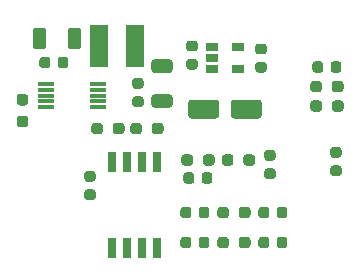
<source format=gbr>
G04 #@! TF.GenerationSoftware,KiCad,Pcbnew,(5.1.10)-1*
G04 #@! TF.CreationDate,2021-05-22T21:50:54-07:00*
G04 #@! TF.ProjectId,E-Bike,452d4269-6b65-42e6-9b69-6361645f7063,rev?*
G04 #@! TF.SameCoordinates,PX619eb90PY83695b8*
G04 #@! TF.FileFunction,Paste,Top*
G04 #@! TF.FilePolarity,Positive*
%FSLAX45Y45*%
G04 Gerber Fmt 4.5, Leading zero omitted, Abs format (unit mm)*
G04 Created by KiCad (PCBNEW (5.1.10)-1) date 2021-05-22 21:50:54*
%MOMM*%
%LPD*%
G01*
G04 APERTURE LIST*
%ADD10R,1.060000X0.650000*%
%ADD11R,0.650000X1.700000*%
%ADD12R,1.400000X0.300000*%
%ADD13R,1.500000X3.600000*%
G04 APERTURE END LIST*
D10*
X2116600Y1911100D03*
X2116600Y1721100D03*
X1896600Y1721100D03*
X1896600Y1816100D03*
X1896600Y1911100D03*
D11*
X1054100Y936500D03*
X1181100Y936500D03*
X1308100Y936500D03*
X1435100Y936500D03*
X1435100Y206500D03*
X1308100Y206500D03*
X1181100Y206500D03*
X1054100Y206500D03*
D12*
X931200Y1598600D03*
X931200Y1548600D03*
X931200Y1498600D03*
X931200Y1448600D03*
X931200Y1398600D03*
X491200Y1398600D03*
X491200Y1448600D03*
X491200Y1498600D03*
X491200Y1548600D03*
X491200Y1598600D03*
G36*
G01*
X2078400Y976250D02*
X2078400Y928750D01*
G75*
G02*
X2054650Y905000I-23750J0D01*
G01*
X2004650Y905000D01*
G75*
G02*
X1980900Y928750I0J23750D01*
G01*
X1980900Y976250D01*
G75*
G02*
X2004650Y1000000I23750J0D01*
G01*
X2054650Y1000000D01*
G75*
G02*
X2078400Y976250I0J-23750D01*
G01*
G37*
G36*
G01*
X2260900Y976250D02*
X2260900Y928750D01*
G75*
G02*
X2237150Y905000I-23750J0D01*
G01*
X2187150Y905000D01*
G75*
G02*
X2163400Y928750I0J23750D01*
G01*
X2163400Y976250D01*
G75*
G02*
X2187150Y1000000I23750J0D01*
G01*
X2237150Y1000000D01*
G75*
G02*
X2260900Y976250I0J-23750D01*
G01*
G37*
G36*
G01*
X2125300Y230250D02*
X2125300Y277750D01*
G75*
G02*
X2149050Y301500I23750J0D01*
G01*
X2199050Y301500D01*
G75*
G02*
X2222800Y277750I0J-23750D01*
G01*
X2222800Y230250D01*
G75*
G02*
X2199050Y206500I-23750J0D01*
G01*
X2149050Y206500D01*
G75*
G02*
X2125300Y230250I0J23750D01*
G01*
G37*
G36*
G01*
X1942800Y230250D02*
X1942800Y277750D01*
G75*
G02*
X1966550Y301500I23750J0D01*
G01*
X2016550Y301500D01*
G75*
G02*
X2040300Y277750I0J-23750D01*
G01*
X2040300Y230250D01*
G75*
G02*
X2016550Y206500I-23750J0D01*
G01*
X1966550Y206500D01*
G75*
G02*
X1942800Y230250I0J23750D01*
G01*
G37*
G36*
G01*
X2125300Y484250D02*
X2125300Y531750D01*
G75*
G02*
X2149050Y555500I23750J0D01*
G01*
X2199050Y555500D01*
G75*
G02*
X2222800Y531750I0J-23750D01*
G01*
X2222800Y484250D01*
G75*
G02*
X2199050Y460500I-23750J0D01*
G01*
X2149050Y460500D01*
G75*
G02*
X2125300Y484250I0J23750D01*
G01*
G37*
G36*
G01*
X1942800Y484250D02*
X1942800Y531750D01*
G75*
G02*
X1966550Y555500I23750J0D01*
G01*
X2016550Y555500D01*
G75*
G02*
X2040300Y531750I0J-23750D01*
G01*
X2040300Y484250D01*
G75*
G02*
X2016550Y460500I-23750J0D01*
G01*
X1966550Y460500D01*
G75*
G02*
X1942800Y484250I0J23750D01*
G01*
G37*
G36*
G01*
X1820500Y928750D02*
X1820500Y976250D01*
G75*
G02*
X1844250Y1000000I23750J0D01*
G01*
X1894250Y1000000D01*
G75*
G02*
X1918000Y976250I0J-23750D01*
G01*
X1918000Y928750D01*
G75*
G02*
X1894250Y905000I-23750J0D01*
G01*
X1844250Y905000D01*
G75*
G02*
X1820500Y928750I0J23750D01*
G01*
G37*
G36*
G01*
X1638000Y928750D02*
X1638000Y976250D01*
G75*
G02*
X1661750Y1000000I23750J0D01*
G01*
X1711750Y1000000D01*
G75*
G02*
X1735500Y976250I0J-23750D01*
G01*
X1735500Y928750D01*
G75*
G02*
X1711750Y905000I-23750J0D01*
G01*
X1661750Y905000D01*
G75*
G02*
X1638000Y928750I0J23750D01*
G01*
G37*
G36*
G01*
X2912700Y1551050D02*
X2912700Y1598550D01*
G75*
G02*
X2936450Y1622300I23750J0D01*
G01*
X2986450Y1622300D01*
G75*
G02*
X3010200Y1598550I0J-23750D01*
G01*
X3010200Y1551050D01*
G75*
G02*
X2986450Y1527300I-23750J0D01*
G01*
X2936450Y1527300D01*
G75*
G02*
X2912700Y1551050I0J23750D01*
G01*
G37*
G36*
G01*
X2730200Y1551050D02*
X2730200Y1598550D01*
G75*
G02*
X2753950Y1622300I23750J0D01*
G01*
X2803950Y1622300D01*
G75*
G02*
X2827700Y1598550I0J-23750D01*
G01*
X2827700Y1551050D01*
G75*
G02*
X2803950Y1527300I-23750J0D01*
G01*
X2753950Y1527300D01*
G75*
G02*
X2730200Y1551050I0J23750D01*
G01*
G37*
G36*
G01*
X2912700Y1385950D02*
X2912700Y1433450D01*
G75*
G02*
X2936450Y1457200I23750J0D01*
G01*
X2986450Y1457200D01*
G75*
G02*
X3010200Y1433450I0J-23750D01*
G01*
X3010200Y1385950D01*
G75*
G02*
X2986450Y1362200I-23750J0D01*
G01*
X2936450Y1362200D01*
G75*
G02*
X2912700Y1385950I0J23750D01*
G01*
G37*
G36*
G01*
X2730200Y1385950D02*
X2730200Y1433450D01*
G75*
G02*
X2753950Y1457200I23750J0D01*
G01*
X2803950Y1457200D01*
G75*
G02*
X2827700Y1433450I0J-23750D01*
G01*
X2827700Y1385950D01*
G75*
G02*
X2803950Y1362200I-23750J0D01*
G01*
X2753950Y1362200D01*
G75*
G02*
X2730200Y1385950I0J23750D01*
G01*
G37*
G36*
G01*
X973500Y1242950D02*
X973500Y1195450D01*
G75*
G02*
X949750Y1171700I-23750J0D01*
G01*
X899750Y1171700D01*
G75*
G02*
X876000Y1195450I0J23750D01*
G01*
X876000Y1242950D01*
G75*
G02*
X899750Y1266700I23750J0D01*
G01*
X949750Y1266700D01*
G75*
G02*
X973500Y1242950I0J-23750D01*
G01*
G37*
G36*
G01*
X1156000Y1242950D02*
X1156000Y1195450D01*
G75*
G02*
X1132250Y1171700I-23750J0D01*
G01*
X1082250Y1171700D01*
G75*
G02*
X1058500Y1195450I0J23750D01*
G01*
X1058500Y1242950D01*
G75*
G02*
X1082250Y1266700I23750J0D01*
G01*
X1132250Y1266700D01*
G75*
G02*
X1156000Y1242950I0J-23750D01*
G01*
G37*
G36*
G01*
X1303700Y1242950D02*
X1303700Y1195450D01*
G75*
G02*
X1279950Y1171700I-23750J0D01*
G01*
X1229950Y1171700D01*
G75*
G02*
X1206200Y1195450I0J23750D01*
G01*
X1206200Y1242950D01*
G75*
G02*
X1229950Y1266700I23750J0D01*
G01*
X1279950Y1266700D01*
G75*
G02*
X1303700Y1242950I0J-23750D01*
G01*
G37*
G36*
G01*
X1486200Y1242950D02*
X1486200Y1195450D01*
G75*
G02*
X1462450Y1171700I-23750J0D01*
G01*
X1412450Y1171700D01*
G75*
G02*
X1388700Y1195450I0J23750D01*
G01*
X1388700Y1242950D01*
G75*
G02*
X1412450Y1266700I23750J0D01*
G01*
X1462450Y1266700D01*
G75*
G02*
X1486200Y1242950I0J-23750D01*
G01*
G37*
G36*
G01*
X268350Y1329100D02*
X315850Y1329100D01*
G75*
G02*
X339600Y1305350I0J-23750D01*
G01*
X339600Y1255350D01*
G75*
G02*
X315850Y1231600I-23750J0D01*
G01*
X268350Y1231600D01*
G75*
G02*
X244600Y1255350I0J23750D01*
G01*
X244600Y1305350D01*
G75*
G02*
X268350Y1329100I23750J0D01*
G01*
G37*
G36*
G01*
X268350Y1511600D02*
X315850Y1511600D01*
G75*
G02*
X339600Y1487850I0J-23750D01*
G01*
X339600Y1437850D01*
G75*
G02*
X315850Y1414100I-23750J0D01*
G01*
X268350Y1414100D01*
G75*
G02*
X244600Y1437850I0J23750D01*
G01*
X244600Y1487850D01*
G75*
G02*
X268350Y1511600I23750J0D01*
G01*
G37*
D13*
X1244700Y1917700D03*
X939700Y1917700D03*
G36*
G01*
X2380500Y279000D02*
X2380500Y229000D01*
G75*
G02*
X2358000Y206500I-22500J0D01*
G01*
X2313000Y206500D01*
G75*
G02*
X2290500Y229000I0J22500D01*
G01*
X2290500Y279000D01*
G75*
G02*
X2313000Y301500I22500J0D01*
G01*
X2358000Y301500D01*
G75*
G02*
X2380500Y279000I0J-22500D01*
G01*
G37*
G36*
G01*
X2535500Y279000D02*
X2535500Y229000D01*
G75*
G02*
X2513000Y206500I-22500J0D01*
G01*
X2468000Y206500D01*
G75*
G02*
X2445500Y229000I0J22500D01*
G01*
X2445500Y279000D01*
G75*
G02*
X2468000Y301500I22500J0D01*
G01*
X2513000Y301500D01*
G75*
G02*
X2535500Y279000I0J-22500D01*
G01*
G37*
G36*
G01*
X2380500Y533000D02*
X2380500Y483000D01*
G75*
G02*
X2358000Y460500I-22500J0D01*
G01*
X2313000Y460500D01*
G75*
G02*
X2290500Y483000I0J22500D01*
G01*
X2290500Y533000D01*
G75*
G02*
X2313000Y555500I22500J0D01*
G01*
X2358000Y555500D01*
G75*
G02*
X2380500Y533000I0J-22500D01*
G01*
G37*
G36*
G01*
X2535500Y533000D02*
X2535500Y483000D01*
G75*
G02*
X2513000Y460500I-22500J0D01*
G01*
X2468000Y460500D01*
G75*
G02*
X2445500Y483000I0J22500D01*
G01*
X2445500Y533000D01*
G75*
G02*
X2468000Y555500I22500J0D01*
G01*
X2513000Y555500D01*
G75*
G02*
X2535500Y533000I0J-22500D01*
G01*
G37*
G36*
G01*
X2362600Y881900D02*
X2412600Y881900D01*
G75*
G02*
X2435100Y859400I0J-22500D01*
G01*
X2435100Y814400D01*
G75*
G02*
X2412600Y791900I-22500J0D01*
G01*
X2362600Y791900D01*
G75*
G02*
X2340100Y814400I0J22500D01*
G01*
X2340100Y859400D01*
G75*
G02*
X2362600Y881900I22500J0D01*
G01*
G37*
G36*
G01*
X2362600Y1036900D02*
X2412600Y1036900D01*
G75*
G02*
X2435100Y1014400I0J-22500D01*
G01*
X2435100Y969400D01*
G75*
G02*
X2412600Y946900I-22500J0D01*
G01*
X2362600Y946900D01*
G75*
G02*
X2340100Y969400I0J22500D01*
G01*
X2340100Y1014400D01*
G75*
G02*
X2362600Y1036900I22500J0D01*
G01*
G37*
G36*
G01*
X2921400Y907300D02*
X2971400Y907300D01*
G75*
G02*
X2993900Y884800I0J-22500D01*
G01*
X2993900Y839800D01*
G75*
G02*
X2971400Y817300I-22500J0D01*
G01*
X2921400Y817300D01*
G75*
G02*
X2898900Y839800I0J22500D01*
G01*
X2898900Y884800D01*
G75*
G02*
X2921400Y907300I22500J0D01*
G01*
G37*
G36*
G01*
X2921400Y1062300D02*
X2971400Y1062300D01*
G75*
G02*
X2993900Y1039800I0J-22500D01*
G01*
X2993900Y994800D01*
G75*
G02*
X2971400Y972300I-22500J0D01*
G01*
X2921400Y972300D01*
G75*
G02*
X2898900Y994800I0J22500D01*
G01*
X2898900Y1039800D01*
G75*
G02*
X2921400Y1062300I22500J0D01*
G01*
G37*
G36*
G01*
X2837700Y1764900D02*
X2837700Y1714900D01*
G75*
G02*
X2815200Y1692400I-22500J0D01*
G01*
X2770200Y1692400D01*
G75*
G02*
X2747700Y1714900I0J22500D01*
G01*
X2747700Y1764900D01*
G75*
G02*
X2770200Y1787400I22500J0D01*
G01*
X2815200Y1787400D01*
G75*
G02*
X2837700Y1764900I0J-22500D01*
G01*
G37*
G36*
G01*
X2992700Y1764900D02*
X2992700Y1714900D01*
G75*
G02*
X2970200Y1692400I-22500J0D01*
G01*
X2925200Y1692400D01*
G75*
G02*
X2902700Y1714900I0J22500D01*
G01*
X2902700Y1764900D01*
G75*
G02*
X2925200Y1787400I22500J0D01*
G01*
X2970200Y1787400D01*
G75*
G02*
X2992700Y1764900I0J-22500D01*
G01*
G37*
G36*
G01*
X1720100Y279000D02*
X1720100Y229000D01*
G75*
G02*
X1697600Y206500I-22500J0D01*
G01*
X1652600Y206500D01*
G75*
G02*
X1630100Y229000I0J22500D01*
G01*
X1630100Y279000D01*
G75*
G02*
X1652600Y301500I22500J0D01*
G01*
X1697600Y301500D01*
G75*
G02*
X1720100Y279000I0J-22500D01*
G01*
G37*
G36*
G01*
X1875100Y279000D02*
X1875100Y229000D01*
G75*
G02*
X1852600Y206500I-22500J0D01*
G01*
X1807600Y206500D01*
G75*
G02*
X1785100Y229000I0J22500D01*
G01*
X1785100Y279000D01*
G75*
G02*
X1807600Y301500I22500J0D01*
G01*
X1852600Y301500D01*
G75*
G02*
X1875100Y279000I0J-22500D01*
G01*
G37*
G36*
G01*
X1720100Y533000D02*
X1720100Y483000D01*
G75*
G02*
X1697600Y460500I-22500J0D01*
G01*
X1652600Y460500D01*
G75*
G02*
X1630100Y483000I0J22500D01*
G01*
X1630100Y533000D01*
G75*
G02*
X1652600Y555500I22500J0D01*
G01*
X1697600Y555500D01*
G75*
G02*
X1720100Y533000I0J-22500D01*
G01*
G37*
G36*
G01*
X1875100Y533000D02*
X1875100Y483000D01*
G75*
G02*
X1852600Y460500I-22500J0D01*
G01*
X1807600Y460500D01*
G75*
G02*
X1785100Y483000I0J22500D01*
G01*
X1785100Y533000D01*
G75*
G02*
X1807600Y555500I22500J0D01*
G01*
X1852600Y555500D01*
G75*
G02*
X1875100Y533000I0J-22500D01*
G01*
G37*
G36*
G01*
X1810500Y775100D02*
X1810500Y825100D01*
G75*
G02*
X1833000Y847600I22500J0D01*
G01*
X1878000Y847600D01*
G75*
G02*
X1900500Y825100I0J-22500D01*
G01*
X1900500Y775100D01*
G75*
G02*
X1878000Y752600I-22500J0D01*
G01*
X1833000Y752600D01*
G75*
G02*
X1810500Y775100I0J22500D01*
G01*
G37*
G36*
G01*
X1655500Y775100D02*
X1655500Y825100D01*
G75*
G02*
X1678000Y847600I22500J0D01*
G01*
X1723000Y847600D01*
G75*
G02*
X1745500Y825100I0J-22500D01*
G01*
X1745500Y775100D01*
G75*
G02*
X1723000Y752600I-22500J0D01*
G01*
X1678000Y752600D01*
G75*
G02*
X1655500Y775100I0J22500D01*
G01*
G37*
G36*
G01*
X2286400Y1783600D02*
X2336400Y1783600D01*
G75*
G02*
X2358900Y1761100I0J-22500D01*
G01*
X2358900Y1716100D01*
G75*
G02*
X2336400Y1693600I-22500J0D01*
G01*
X2286400Y1693600D01*
G75*
G02*
X2263900Y1716100I0J22500D01*
G01*
X2263900Y1761100D01*
G75*
G02*
X2286400Y1783600I22500J0D01*
G01*
G37*
G36*
G01*
X2286400Y1938600D02*
X2336400Y1938600D01*
G75*
G02*
X2358900Y1916100I0J-22500D01*
G01*
X2358900Y1871100D01*
G75*
G02*
X2336400Y1848600I-22500J0D01*
G01*
X2286400Y1848600D01*
G75*
G02*
X2263900Y1871100I0J22500D01*
G01*
X2263900Y1916100D01*
G75*
G02*
X2286400Y1938600I22500J0D01*
G01*
G37*
G36*
G01*
X1956600Y1439300D02*
X1956600Y1329300D01*
G75*
G02*
X1931600Y1304300I-25000J0D01*
G01*
X1721600Y1304300D01*
G75*
G02*
X1696600Y1329300I0J25000D01*
G01*
X1696600Y1439300D01*
G75*
G02*
X1721600Y1464300I25000J0D01*
G01*
X1931600Y1464300D01*
G75*
G02*
X1956600Y1439300I0J-25000D01*
G01*
G37*
G36*
G01*
X2316600Y1439300D02*
X2316600Y1329300D01*
G75*
G02*
X2291600Y1304300I-25000J0D01*
G01*
X2081600Y1304300D01*
G75*
G02*
X2056600Y1329300I0J25000D01*
G01*
X2056600Y1439300D01*
G75*
G02*
X2081600Y1464300I25000J0D01*
G01*
X2291600Y1464300D01*
G75*
G02*
X2316600Y1439300I0J-25000D01*
G01*
G37*
G36*
G01*
X1702200Y1809000D02*
X1752200Y1809000D01*
G75*
G02*
X1774700Y1786500I0J-22500D01*
G01*
X1774700Y1741500D01*
G75*
G02*
X1752200Y1719000I-22500J0D01*
G01*
X1702200Y1719000D01*
G75*
G02*
X1679700Y1741500I0J22500D01*
G01*
X1679700Y1786500D01*
G75*
G02*
X1702200Y1809000I22500J0D01*
G01*
G37*
G36*
G01*
X1702200Y1964000D02*
X1752200Y1964000D01*
G75*
G02*
X1774700Y1941500I0J-22500D01*
G01*
X1774700Y1896500D01*
G75*
G02*
X1752200Y1874000I-22500J0D01*
G01*
X1702200Y1874000D01*
G75*
G02*
X1679700Y1896500I0J22500D01*
G01*
X1679700Y1941500D01*
G75*
G02*
X1702200Y1964000I22500J0D01*
G01*
G37*
G36*
G01*
X1245000Y1491500D02*
X1295000Y1491500D01*
G75*
G02*
X1317500Y1469000I0J-22500D01*
G01*
X1317500Y1424000D01*
G75*
G02*
X1295000Y1401500I-22500J0D01*
G01*
X1245000Y1401500D01*
G75*
G02*
X1222500Y1424000I0J22500D01*
G01*
X1222500Y1469000D01*
G75*
G02*
X1245000Y1491500I22500J0D01*
G01*
G37*
G36*
G01*
X1245000Y1646500D02*
X1295000Y1646500D01*
G75*
G02*
X1317500Y1624000I0J-22500D01*
G01*
X1317500Y1579000D01*
G75*
G02*
X1295000Y1556500I-22500J0D01*
G01*
X1245000Y1556500D01*
G75*
G02*
X1222500Y1579000I0J22500D01*
G01*
X1222500Y1624000D01*
G75*
G02*
X1245000Y1646500I22500J0D01*
G01*
G37*
G36*
G01*
X1408200Y1510200D02*
X1538200Y1510200D01*
G75*
G02*
X1563200Y1485200I0J-25000D01*
G01*
X1563200Y1420200D01*
G75*
G02*
X1538200Y1395200I-25000J0D01*
G01*
X1408200Y1395200D01*
G75*
G02*
X1383200Y1420200I0J25000D01*
G01*
X1383200Y1485200D01*
G75*
G02*
X1408200Y1510200I25000J0D01*
G01*
G37*
G36*
G01*
X1408200Y1805200D02*
X1538200Y1805200D01*
G75*
G02*
X1563200Y1780200I0J-25000D01*
G01*
X1563200Y1715200D01*
G75*
G02*
X1538200Y1690200I-25000J0D01*
G01*
X1408200Y1690200D01*
G75*
G02*
X1383200Y1715200I0J25000D01*
G01*
X1383200Y1780200D01*
G75*
G02*
X1408200Y1805200I25000J0D01*
G01*
G37*
G36*
G01*
X838600Y704100D02*
X888600Y704100D01*
G75*
G02*
X911100Y681600I0J-22500D01*
G01*
X911100Y636600D01*
G75*
G02*
X888600Y614100I-22500J0D01*
G01*
X838600Y614100D01*
G75*
G02*
X816100Y636600I0J22500D01*
G01*
X816100Y681600D01*
G75*
G02*
X838600Y704100I22500J0D01*
G01*
G37*
G36*
G01*
X838600Y859100D02*
X888600Y859100D01*
G75*
G02*
X911100Y836600I0J-22500D01*
G01*
X911100Y791600D01*
G75*
G02*
X888600Y769100I-22500J0D01*
G01*
X838600Y769100D01*
G75*
G02*
X816100Y791600I0J22500D01*
G01*
X816100Y836600D01*
G75*
G02*
X838600Y859100I22500J0D01*
G01*
G37*
G36*
G01*
X674200Y1916200D02*
X674200Y2046200D01*
G75*
G02*
X699200Y2071200I25000J0D01*
G01*
X764200Y2071200D01*
G75*
G02*
X789200Y2046200I0J-25000D01*
G01*
X789200Y1916200D01*
G75*
G02*
X764200Y1891200I-25000J0D01*
G01*
X699200Y1891200D01*
G75*
G02*
X674200Y1916200I0J25000D01*
G01*
G37*
G36*
G01*
X379200Y1916200D02*
X379200Y2046200D01*
G75*
G02*
X404200Y2071200I25000J0D01*
G01*
X469200Y2071200D01*
G75*
G02*
X494200Y2046200I0J-25000D01*
G01*
X494200Y1916200D01*
G75*
G02*
X469200Y1891200I-25000J0D01*
G01*
X404200Y1891200D01*
G75*
G02*
X379200Y1916200I0J25000D01*
G01*
G37*
G36*
G01*
X591300Y1753000D02*
X591300Y1803000D01*
G75*
G02*
X613800Y1825500I22500J0D01*
G01*
X658800Y1825500D01*
G75*
G02*
X681300Y1803000I0J-22500D01*
G01*
X681300Y1753000D01*
G75*
G02*
X658800Y1730500I-22500J0D01*
G01*
X613800Y1730500D01*
G75*
G02*
X591300Y1753000I0J22500D01*
G01*
G37*
G36*
G01*
X436300Y1753000D02*
X436300Y1803000D01*
G75*
G02*
X458800Y1825500I22500J0D01*
G01*
X503800Y1825500D01*
G75*
G02*
X526300Y1803000I0J-22500D01*
G01*
X526300Y1753000D01*
G75*
G02*
X503800Y1730500I-22500J0D01*
G01*
X458800Y1730500D01*
G75*
G02*
X436300Y1753000I0J22500D01*
G01*
G37*
M02*

</source>
